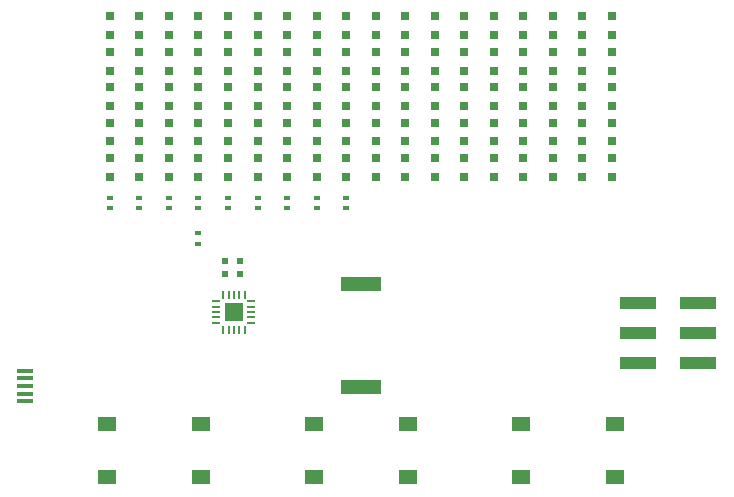
<source format=gbr>
G04 #@! TF.GenerationSoftware,KiCad,Pcbnew,(5.0.0)*
G04 #@! TF.CreationDate,2018-10-16T17:34:37+02:00*
G04 #@! TF.ProjectId,B-timer,422D74696D65722E6B696361645F7063,rev?*
G04 #@! TF.SameCoordinates,Original*
G04 #@! TF.FileFunction,Paste,Top*
G04 #@! TF.FilePolarity,Positive*
%FSLAX46Y46*%
G04 Gerber Fmt 4.6, Leading zero omitted, Abs format (unit mm)*
G04 Created by KiCad (PCBNEW (5.0.0)) date 10/16/18 17:34:37*
%MOMM*%
%LPD*%
G01*
G04 APERTURE LIST*
%ADD10R,0.600000X0.400000*%
%ADD11R,1.350000X0.400000*%
%ADD12R,3.400000X1.300000*%
%ADD13R,0.800000X0.800000*%
%ADD14R,3.150000X1.000000*%
%ADD15R,1.550000X1.300000*%
%ADD16R,0.700000X0.220000*%
%ADD17R,0.220000X0.700000*%
%ADD18R,1.650000X1.650000*%
%ADD19R,0.500000X0.600000*%
G04 APERTURE END LIST*
D10*
G04 #@! TO.C,R7*
X123750000Y-74450000D03*
X123750000Y-73550000D03*
G04 #@! TD*
D11*
G04 #@! TO.C,J1*
X104100000Y-90800000D03*
X104100000Y-90150000D03*
X104100000Y-89500000D03*
X104100000Y-88850000D03*
X104100000Y-88200000D03*
G04 #@! TD*
D12*
G04 #@! TO.C,BZ1*
X132500000Y-89600000D03*
X132500000Y-80900000D03*
G04 #@! TD*
D13*
G04 #@! TO.C,D1*
X111250000Y-58200000D03*
X111250000Y-59800000D03*
G04 #@! TD*
G04 #@! TO.C,D2*
X113750000Y-58200000D03*
X113750000Y-59800000D03*
G04 #@! TD*
G04 #@! TO.C,D3*
X116250000Y-59800000D03*
X116250000Y-58200000D03*
G04 #@! TD*
G04 #@! TO.C,D4*
X118750000Y-59800000D03*
X118750000Y-58200000D03*
G04 #@! TD*
G04 #@! TO.C,D5*
X121250000Y-58200000D03*
X121250000Y-59800000D03*
G04 #@! TD*
G04 #@! TO.C,D6*
X123750000Y-59800000D03*
X123750000Y-58200000D03*
G04 #@! TD*
G04 #@! TO.C,D7*
X126250000Y-58200000D03*
X126250000Y-59800000D03*
G04 #@! TD*
G04 #@! TO.C,D8*
X128750000Y-59800000D03*
X128750000Y-58200000D03*
G04 #@! TD*
G04 #@! TO.C,D9*
X131250000Y-58200000D03*
X131250000Y-59800000D03*
G04 #@! TD*
G04 #@! TO.C,D10*
X111250000Y-62800000D03*
X111250000Y-61200000D03*
G04 #@! TD*
G04 #@! TO.C,D11*
X113750000Y-61200000D03*
X113750000Y-62800000D03*
G04 #@! TD*
G04 #@! TO.C,D12*
X116250000Y-62800000D03*
X116250000Y-61200000D03*
G04 #@! TD*
G04 #@! TO.C,D13*
X118750000Y-61200000D03*
X118750000Y-62800000D03*
G04 #@! TD*
G04 #@! TO.C,D14*
X121250000Y-62800000D03*
X121250000Y-61200000D03*
G04 #@! TD*
G04 #@! TO.C,D15*
X123750000Y-61200000D03*
X123750000Y-62800000D03*
G04 #@! TD*
G04 #@! TO.C,D16*
X126250000Y-62800000D03*
X126250000Y-61200000D03*
G04 #@! TD*
G04 #@! TO.C,D17*
X128750000Y-62800000D03*
X128750000Y-61200000D03*
G04 #@! TD*
G04 #@! TO.C,D18*
X131250000Y-61200000D03*
X131250000Y-62800000D03*
G04 #@! TD*
G04 #@! TO.C,D19*
X111250000Y-64200000D03*
X111250000Y-65800000D03*
G04 #@! TD*
G04 #@! TO.C,D20*
X113750000Y-65800000D03*
X113750000Y-64200000D03*
G04 #@! TD*
G04 #@! TO.C,D21*
X116250000Y-64200000D03*
X116250000Y-65800000D03*
G04 #@! TD*
G04 #@! TO.C,D22*
X118750000Y-65800000D03*
X118750000Y-64200000D03*
G04 #@! TD*
G04 #@! TO.C,D23*
X121250000Y-64200000D03*
X121250000Y-65800000D03*
G04 #@! TD*
G04 #@! TO.C,D24*
X123750000Y-65800000D03*
X123750000Y-64200000D03*
G04 #@! TD*
G04 #@! TO.C,D25*
X126250000Y-64200000D03*
X126250000Y-65800000D03*
G04 #@! TD*
G04 #@! TO.C,D26*
X128750000Y-65800000D03*
X128750000Y-64200000D03*
G04 #@! TD*
G04 #@! TO.C,D27*
X131250000Y-64200000D03*
X131250000Y-65800000D03*
G04 #@! TD*
G04 #@! TO.C,D28*
X111250000Y-68800000D03*
X111250000Y-67200000D03*
G04 #@! TD*
G04 #@! TO.C,D29*
X113750000Y-67200000D03*
X113750000Y-68800000D03*
G04 #@! TD*
G04 #@! TO.C,D30*
X116250000Y-68800000D03*
X116250000Y-67200000D03*
G04 #@! TD*
G04 #@! TO.C,D31*
X118750000Y-67200000D03*
X118750000Y-68800000D03*
G04 #@! TD*
G04 #@! TO.C,D32*
X121250000Y-68800000D03*
X121250000Y-67200000D03*
G04 #@! TD*
G04 #@! TO.C,D33*
X123750000Y-68800000D03*
X123750000Y-67200000D03*
G04 #@! TD*
G04 #@! TO.C,D34*
X126250000Y-68800000D03*
X126250000Y-67200000D03*
G04 #@! TD*
G04 #@! TO.C,D35*
X128750000Y-68800000D03*
X128750000Y-67200000D03*
G04 #@! TD*
G04 #@! TO.C,D36*
X131250000Y-67200000D03*
X131250000Y-68800000D03*
G04 #@! TD*
G04 #@! TO.C,D37*
X111250000Y-70200000D03*
X111250000Y-71800000D03*
G04 #@! TD*
G04 #@! TO.C,D38*
X113750000Y-71800000D03*
X113750000Y-70200000D03*
G04 #@! TD*
G04 #@! TO.C,D39*
X116250000Y-70200000D03*
X116250000Y-71800000D03*
G04 #@! TD*
G04 #@! TO.C,D40*
X118750000Y-71800000D03*
X118750000Y-70200000D03*
G04 #@! TD*
G04 #@! TO.C,D41*
X121250000Y-70200000D03*
X121250000Y-71800000D03*
G04 #@! TD*
G04 #@! TO.C,D42*
X123750000Y-70200000D03*
X123750000Y-71800000D03*
G04 #@! TD*
G04 #@! TO.C,D43*
X126250000Y-70200000D03*
X126250000Y-71800000D03*
G04 #@! TD*
G04 #@! TO.C,D44*
X128750000Y-71800000D03*
X128750000Y-70200000D03*
G04 #@! TD*
G04 #@! TO.C,D45*
X131250000Y-70200000D03*
X131250000Y-71800000D03*
G04 #@! TD*
G04 #@! TO.C,D46*
X133750000Y-59800000D03*
X133750000Y-58200000D03*
G04 #@! TD*
G04 #@! TO.C,D47*
X136250000Y-58200000D03*
X136250000Y-59800000D03*
G04 #@! TD*
G04 #@! TO.C,D48*
X138750000Y-59800000D03*
X138750000Y-58200000D03*
G04 #@! TD*
G04 #@! TO.C,D49*
X141250000Y-58200000D03*
X141250000Y-59800000D03*
G04 #@! TD*
G04 #@! TO.C,D50*
X143750000Y-59800000D03*
X143750000Y-58200000D03*
G04 #@! TD*
G04 #@! TO.C,D51*
X146250000Y-59800000D03*
X146250000Y-58200000D03*
G04 #@! TD*
G04 #@! TO.C,D52*
X148750000Y-58200000D03*
X148750000Y-59800000D03*
G04 #@! TD*
G04 #@! TO.C,D53*
X151250000Y-59800000D03*
X151250000Y-58200000D03*
G04 #@! TD*
G04 #@! TO.C,D54*
X153750000Y-58200000D03*
X153750000Y-59800000D03*
G04 #@! TD*
G04 #@! TO.C,D55*
X133750000Y-61200000D03*
X133750000Y-62800000D03*
G04 #@! TD*
G04 #@! TO.C,D56*
X136250000Y-62800000D03*
X136250000Y-61200000D03*
G04 #@! TD*
G04 #@! TO.C,D57*
X138750000Y-61200000D03*
X138750000Y-62800000D03*
G04 #@! TD*
G04 #@! TO.C,D58*
X141250000Y-62800000D03*
X141250000Y-61200000D03*
G04 #@! TD*
G04 #@! TO.C,D59*
X143750000Y-61200000D03*
X143750000Y-62800000D03*
G04 #@! TD*
G04 #@! TO.C,D60*
X146250000Y-62800000D03*
X146250000Y-61200000D03*
G04 #@! TD*
G04 #@! TO.C,D61*
X148750000Y-61200000D03*
X148750000Y-62800000D03*
G04 #@! TD*
G04 #@! TO.C,D62*
X151250000Y-62800000D03*
X151250000Y-61200000D03*
G04 #@! TD*
G04 #@! TO.C,D63*
X153750000Y-61200000D03*
X153750000Y-62800000D03*
G04 #@! TD*
G04 #@! TO.C,D64*
X133750000Y-65800000D03*
X133750000Y-64200000D03*
G04 #@! TD*
G04 #@! TO.C,D65*
X136250000Y-64200000D03*
X136250000Y-65800000D03*
G04 #@! TD*
G04 #@! TO.C,D66*
X138750000Y-65800000D03*
X138750000Y-64200000D03*
G04 #@! TD*
G04 #@! TO.C,D67*
X141250000Y-64200000D03*
X141250000Y-65800000D03*
G04 #@! TD*
G04 #@! TO.C,D68*
X143750000Y-65800000D03*
X143750000Y-64200000D03*
G04 #@! TD*
G04 #@! TO.C,D69*
X146250000Y-64200000D03*
X146250000Y-65800000D03*
G04 #@! TD*
G04 #@! TO.C,D70*
X148750000Y-65800000D03*
X148750000Y-64200000D03*
G04 #@! TD*
G04 #@! TO.C,D71*
X151250000Y-65800000D03*
X151250000Y-64200000D03*
G04 #@! TD*
G04 #@! TO.C,D72*
X153750000Y-64200000D03*
X153750000Y-65800000D03*
G04 #@! TD*
G04 #@! TO.C,D73*
X133750000Y-67200000D03*
X133750000Y-68800000D03*
G04 #@! TD*
G04 #@! TO.C,D74*
X136250000Y-68800000D03*
X136250000Y-67200000D03*
G04 #@! TD*
G04 #@! TO.C,D75*
X138750000Y-67200000D03*
X138750000Y-68800000D03*
G04 #@! TD*
G04 #@! TO.C,D76*
X141250000Y-68800000D03*
X141250000Y-67200000D03*
G04 #@! TD*
G04 #@! TO.C,D77*
X143750000Y-67200000D03*
X143750000Y-68800000D03*
G04 #@! TD*
G04 #@! TO.C,D78*
X146250000Y-67200000D03*
X146250000Y-68800000D03*
G04 #@! TD*
G04 #@! TO.C,D79*
X148750000Y-68800000D03*
X148750000Y-67200000D03*
G04 #@! TD*
G04 #@! TO.C,D80*
X151250000Y-68800000D03*
X151250000Y-67200000D03*
G04 #@! TD*
G04 #@! TO.C,D81*
X153750000Y-68800000D03*
X153750000Y-67200000D03*
G04 #@! TD*
G04 #@! TO.C,D82*
X133750000Y-70200000D03*
X133750000Y-71800000D03*
G04 #@! TD*
G04 #@! TO.C,D83*
X136250000Y-71800000D03*
X136250000Y-70200000D03*
G04 #@! TD*
G04 #@! TO.C,D84*
X138750000Y-70200000D03*
X138750000Y-71800000D03*
G04 #@! TD*
G04 #@! TO.C,D85*
X141250000Y-71800000D03*
X141250000Y-70200000D03*
G04 #@! TD*
G04 #@! TO.C,D86*
X143750000Y-70200000D03*
X143750000Y-71800000D03*
G04 #@! TD*
G04 #@! TO.C,D87*
X146250000Y-71800000D03*
X146250000Y-70200000D03*
G04 #@! TD*
G04 #@! TO.C,D88*
X148750000Y-70200000D03*
X148750000Y-71800000D03*
G04 #@! TD*
G04 #@! TO.C,D89*
X151250000Y-71800000D03*
X151250000Y-70200000D03*
G04 #@! TD*
G04 #@! TO.C,D90*
X153750000Y-70200000D03*
X153750000Y-71800000D03*
G04 #@! TD*
D14*
G04 #@! TO.C,J2*
X161025000Y-87540000D03*
X155975000Y-87540000D03*
X161025000Y-85000000D03*
X155975000Y-85000000D03*
X161025000Y-82460000D03*
X155975000Y-82460000D03*
G04 #@! TD*
D10*
G04 #@! TO.C,R1*
X111250000Y-73550000D03*
X111250000Y-74450000D03*
G04 #@! TD*
G04 #@! TO.C,R2*
X113750000Y-74450000D03*
X113750000Y-73550000D03*
G04 #@! TD*
G04 #@! TO.C,R3*
X116250000Y-73550000D03*
X116250000Y-74450000D03*
G04 #@! TD*
G04 #@! TO.C,R4*
X118750000Y-74450000D03*
X118750000Y-73550000D03*
G04 #@! TD*
G04 #@! TO.C,R5*
X118750000Y-76550000D03*
X118750000Y-77450000D03*
G04 #@! TD*
G04 #@! TO.C,R6*
X121250000Y-74450000D03*
X121250000Y-73550000D03*
G04 #@! TD*
G04 #@! TO.C,R8*
X126250000Y-73550000D03*
X126250000Y-74450000D03*
G04 #@! TD*
G04 #@! TO.C,R9*
X128750000Y-74450000D03*
X128750000Y-73550000D03*
G04 #@! TD*
G04 #@! TO.C,R10*
X131250000Y-73550000D03*
X131250000Y-74450000D03*
G04 #@! TD*
D15*
G04 #@! TO.C,SW1*
X118975000Y-97250000D03*
X111025000Y-97250000D03*
X118975000Y-92750000D03*
X111025000Y-92750000D03*
G04 #@! TD*
G04 #@! TO.C,SW2*
X128525000Y-92750000D03*
X136475000Y-92750000D03*
X128525000Y-97250000D03*
X136475000Y-97250000D03*
G04 #@! TD*
G04 #@! TO.C,SW3*
X146025000Y-92750000D03*
X153975000Y-92750000D03*
X146025000Y-97250000D03*
X153975000Y-97250000D03*
G04 #@! TD*
D16*
G04 #@! TO.C,U1*
X120275000Y-82350000D03*
X120275000Y-82800000D03*
X120275000Y-83250000D03*
X120275000Y-83700000D03*
X120275000Y-84150000D03*
D17*
X120850000Y-84725000D03*
X121300000Y-84725000D03*
X121750000Y-84725000D03*
X122200000Y-84725000D03*
X122650000Y-84725000D03*
D16*
X123225000Y-84150000D03*
X123225000Y-83700000D03*
X123225000Y-83250000D03*
X123225000Y-82800000D03*
X123225000Y-82350000D03*
D17*
X122650000Y-81775000D03*
X122200000Y-81775000D03*
X121750000Y-81775000D03*
X121300000Y-81775000D03*
X120850000Y-81775000D03*
D18*
X121750000Y-83250000D03*
G04 #@! TD*
D19*
G04 #@! TO.C,C1*
X121000000Y-80050000D03*
X121000000Y-78950000D03*
G04 #@! TD*
G04 #@! TO.C,C2*
X122250000Y-78950000D03*
X122250000Y-80050000D03*
G04 #@! TD*
M02*

</source>
